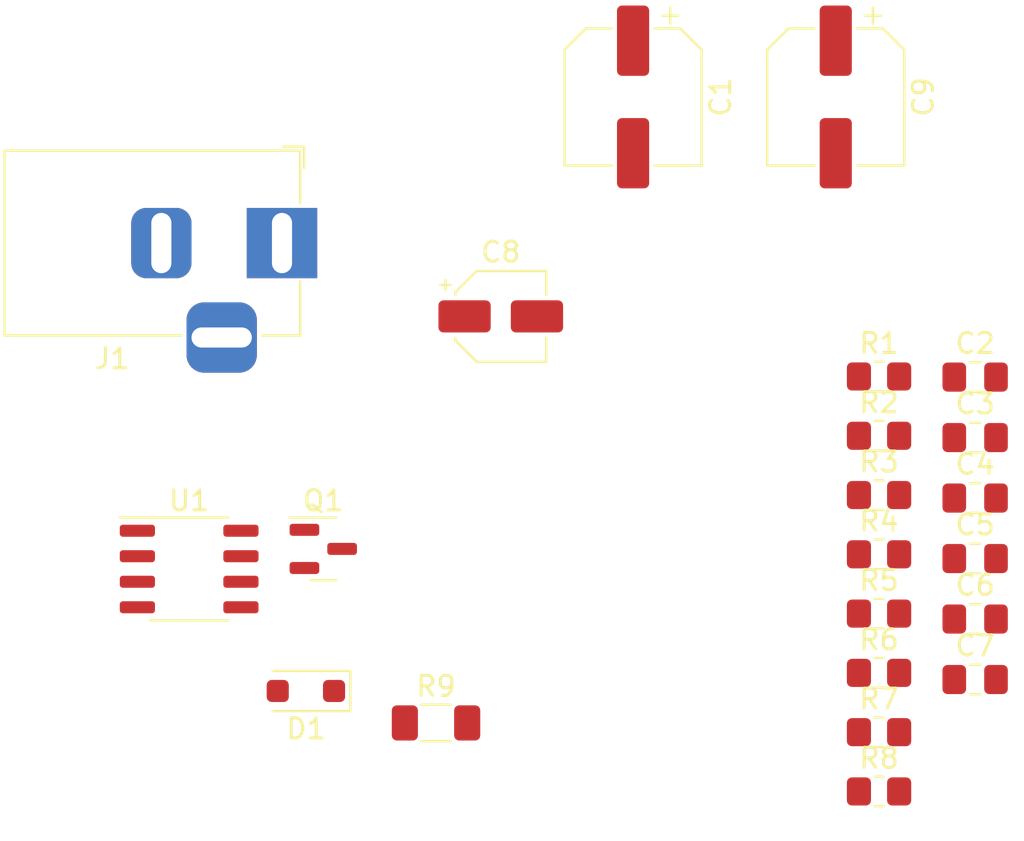
<source format=kicad_pcb>
(kicad_pcb (version 20221018) (generator pcbnew)
  (layers (0 "F.Cu" signal) (31 "B.Cu" signal) (34 "B.Paste" user) (35 "F.Paste" user) (36 "B.SilkS" user "B.Silkscreen") (37 "F.SilkS" user "F.Silkscreen") (38 "B.Mask" user) (39 "F.Mask" user) (44 "Edge.Cuts" user))
  (net 0 "")
  (net 1 "+9V")
  (net 2 "GND")
  (net 3 "Net-(Q1-S)")
  (net 4 "Net-(Q1-G)")
  (net 6 "Net-(LED1-K)")
  (net 7 "Net-(U1-+)")
  (net 9 "Net-(LED1-A)")
  (net 11 "Net-(J1-Pad2)")
  (net 12 "IN_red_pcb")
  (net 13 "Net-(C4-Pad1)")
  (net 14 "Net-(C5-Pad1)")
  (net 15 "Net-(C6-Pad1)")
  (net 16 "Net-(R5-Pad1)")
  (net 17 "Net-(R6-Pad1)")
  (net 18 "Net-(C8-Pad2)")
  (footprint "Package_TO_SOT_SMD:SOT-23" (layer "F.Cu") (at 108.9425 67.49)
    (fp_text reference "Q1" (at 0 -2.4) (layer "F.SilkS"))
    (fp_text value "MMBFJ113")
    (fp_line (start 0 -1.56) (end -1.675 -1.56) (stroke (width 0.12)) (layer "F.SilkS"))
    (fp_line (start 0 -1.56) (end 0.65 -1.56) (stroke (width 0.12)) (layer "F.SilkS"))
    (fp_line (start 0 1.56) (end -0.65 1.56) (stroke (width 0.12)) (layer "F.SilkS"))
    (fp_line (start 0 1.56) (end 0.65 1.56) (stroke (width 0.12)) (layer "F.SilkS"))
    (pad "1" smd roundrect (at -0.9375 -0.95) (size 1.475 0.6) (layers "F.Cu" "F.Paste" "F.Mask") (net 1 "+9V"))
    (pad "2" smd roundrect (at -0.9375 0.95) (size 1.475 0.6) (layers "F.Cu" "F.Paste" "F.Mask") (net 3 "Net-(Q1-S)"))
    (pad "3" smd roundrect (at 0.9375 0) (size 1.475 0.6) (layers "F.Cu" "F.Paste" "F.Mask") (net 4 "Net-(Q1-G)"))
  )
  (footprint "Capacitor_SMD:CP_Elec_6.3x5.4" (layer "F.Cu") (at 134.43 45 -90)
    (fp_text reference "C9" (at 0 -4.35 90) (layer "F.SilkS"))
    (fp_text value "100uF")
    (fp_line (start -4.4375 -1.8475) (end -3.65 -1.8475) (stroke (width 0.12)) (layer "F.SilkS"))
    (fp_line (start -4.04375 -2.24125) (end -4.04375 -1.45375) (stroke (width 0.12)) (layer "F.SilkS"))
    (fp_line (start -3.41 -2.345563) (end -3.41 -1.06) (stroke (width 0.12)) (layer "F.SilkS"))
    (fp_line (start -3.41 -2.345563) (end -2.345563 -3.41) (stroke (width 0.12)) (layer "F.SilkS"))
    (fp_line (start -3.41 2.345563) (end -3.41 1.06) (stroke (width 0.12)) (layer "F.SilkS"))
    (fp_line (start -3.41 2.345563) (end -2.345563 3.41) (stroke (width 0.12)) (layer "F.SilkS"))
    (fp_line (start -2.345563 -3.41) (end 3.41 -3.41) (stroke (width 0.12)) (layer "F.SilkS"))
    (fp_line (start -2.345563 3.41) (end 3.41 3.41) (stroke (width 0.12)) (layer "F.SilkS"))
    (fp_line (start 3.41 -3.41) (end 3.41 -1.06) (stroke (width 0.12)) (layer "F.SilkS"))
    (fp_line (start 3.41 3.41) (end 3.41 1.06) (stroke (width 0.12)) (layer "F.SilkS"))
    (pad "1" smd roundrect (at -2.8 0 270) (size 3.5 1.6) (layers "F.Cu" "F.Paste" "F.Mask") (roundrect_rratio 0.15625) (net 1 "+9V"))
    (pad "2" smd roundrect (at 2.8 0 270) (size 3.5 1.6) (layers "F.Cu" "F.Paste" "F.Mask") (roundrect_rratio 0.15625) (net 2 "GND"))
  )
  (footprint "Package_SO:SO-8_3.9x4.9mm_P1.27mm" (layer "F.Cu") (at 102.2725 68.49)
    (fp_text reference "U1" (at 0 -3.4) (layer "F.SilkS"))
    (fp_text value "LF351D")
    (fp_line (start 0 -2.56) (end -3.45 -2.56) (stroke (width 0.12)) (layer "F.SilkS"))
    (fp_line (start 0 -2.56) (end 1.95 -2.56) (stroke (width 0.12)) (layer "F.SilkS"))
    (fp_line (start 0 2.56) (end -1.95 2.56) (stroke (width 0.12)) (layer "F.SilkS"))
    (fp_line (start 0 2.56) (end 1.95 2.56) (stroke (width 0.12)) (layer "F.SilkS"))
    (pad "1" smd roundrect (at -2.575 -1.905) (size 1.75 0.6) (layers "F.Cu" "F.Paste" "F.Mask"))
    (pad "2" smd roundrect (at -2.575 -0.635) (size 1.75 0.6) (layers "F.Cu" "F.Paste" "F.Mask") (net 6 "Net-(LED1-K)"))
    (pad "3" smd roundrect (at -2.575 0.635) (size 1.75 0.6) (layers "F.Cu" "F.Paste" "F.Mask") (net 7 "Net-(U1-+)"))
    (pad "4" smd roundrect (at -2.575 1.905) (size 1.75 0.6) (layers "F.Cu" "F.Paste" "F.Mask") (net 2 "GND"))
    (pad "5" smd roundrect (at 2.575 1.905) (size 1.75 0.6) (layers "F.Cu" "F.Paste" "F.Mask"))
    (pad "6" smd roundrect (at 2.575 0.635) (size 1.75 0.6) (layers "F.Cu" "F.Paste" "F.Mask") (net 9 "Net-(LED1-A)"))
    (pad "7" smd roundrect (at 2.575 -0.635) (size 1.75 0.6) (layers "F.Cu" "F.Paste" "F.Mask") (net 1 "+9V"))
    (pad "8" smd roundrect (at 2.575 -1.905) (size 1.75 0.6) (layers "F.Cu" "F.Paste" "F.Mask"))
  )
  (footprint "Capacitor_SMD:C_0805_2012Metric_Pad1.18x1.45mm_HandSolder" (layer "F.Cu") (at 141.3625 58.94)
    (fp_text reference "C2" (at 0 -1.68) (layer "F.SilkS"))
    (fp_text value "47nF")
    (fp_line (start -0.261252 -0.735) (end 0.261252 -0.735) (stroke (width 0.12)) (layer "F.SilkS"))
    (fp_line (start -0.261252 0.735) (end 0.261252 0.735) (stroke (width 0.12)) (layer "F.SilkS"))
    (pad "1" smd roundrect (at -1.0375 0) (size 1.175 1.45) (layers "F.Cu" "F.Paste" "F.Mask") (roundrect_rratio 0.212766) (net 12 "IN_red_pcb"))
    (pad "2" smd roundrect (at 1.0375 0) (size 1.175 1.45) (layers "F.Cu" "F.Paste" "F.Mask") (roundrect_rratio 0.212766) (net 7 "Net-(U1-+)"))
  )
  (footprint "Resistor_SMD:R_0805_2012Metric_Pad1.20x1.40mm_HandSolder" (layer "F.Cu") (at 136.5825 58.91)
    (fp_text reference "R1" (at 0 -1.65) (layer "F.SilkS"))
    (fp_text value "470k")
    (fp_line (start -0.227064 -0.735) (end 0.227064 -0.735) (stroke (width 0.12)) (layer "F.SilkS"))
    (fp_line (start -0.227064 0.735) (end 0.227064 0.735) (stroke (width 0.12)) (layer "F.SilkS"))
    (pad "1" smd roundrect (at -1 0) (size 1.2 1.4) (layers "F.Cu" "F.Paste" "F.Mask") (roundrect_rratio 0.208333) (net 1 "+9V"))
    (pad "2" smd roundrect (at 1 0) (size 1.2 1.4) (layers "F.Cu" "F.Paste" "F.Mask") (roundrect_rratio 0.208333) (net 7 "Net-(U1-+)"))
  )
  (footprint "Resistor_SMD:R_0805_2012Metric_Pad1.20x1.40mm_HandSolder" (layer "F.Cu") (at 136.5825 67.76)
    (fp_text reference "R4" (at 0 -1.65) (layer "F.SilkS"))
    (fp_text value "1.8k")
    (fp_line (start -0.227064 -0.735) (end 0.227064 -0.735) (stroke (width 0.12)) (layer "F.SilkS"))
    (fp_line (start -0.227064 0.735) (end 0.227064 0.735) (stroke (width 0.12)) (layer "F.SilkS"))
    (pad "1" smd roundrect (at -1 0) (size 1.2 1.4) (layers "F.Cu" "F.Paste" "F.Mask") (roundrect_rratio 0.208333) (net 6 "Net-(LED1-K)"))
    (pad "2" smd roundrect (at 1 0) (size 1.2 1.4) (layers "F.Cu" "F.Paste" "F.Mask") (roundrect_rratio 0.208333) (net 13 "Net-(C4-Pad1)"))
  )
  (footprint "Capacitor_SMD:C_0805_2012Metric_Pad1.18x1.45mm_HandSolder" (layer "F.Cu") (at 141.3625 70.98)
    (fp_text reference "C6" (at 0 -1.68) (layer "F.SilkS"))
    (fp_text value "3.3nF")
    (fp_line (start -0.261252 -0.735) (end 0.261252 -0.735) (stroke (width 0.12)) (layer "F.SilkS"))
    (fp_line (start -0.261252 0.735) (end 0.261252 0.735) (stroke (width 0.12)) (layer "F.SilkS"))
    (pad "1" smd roundrect (at -1.0375 0) (size 1.175 1.45) (layers "F.Cu" "F.Paste" "F.Mask") (roundrect_rratio 0.212766) (net 15 "Net-(C6-Pad1)"))
    (pad "2" smd roundrect (at 1.0375 0) (size 1.175 1.45) (layers "F.Cu" "F.Paste" "F.Mask") (roundrect_rratio 0.212766) (net 2 "GND"))
  )
  (footprint "Resistor_SMD:R_0805_2012Metric_Pad1.20x1.40mm_HandSolder" (layer "F.Cu") (at 136.5825 76.61)
    (fp_text reference "R7" (at 0 -1.65) (layer "F.SilkS"))
    (fp_text value "1M")
    (fp_line (start -0.227064 -0.735) (end 0.227064 -0.735) (stroke (width 0.12)) (layer "F.SilkS"))
    (fp_line (start -0.227064 0.735) (end 0.227064 0.735) (stroke (width 0.12)) (layer "F.SilkS"))
    (pad "1" smd roundrect (at -1 0) (size 1.2 1.4) (layers "F.Cu" "F.Paste" "F.Mask") (roundrect_rratio 0.208333) (net 4 "Net-(Q1-G)"))
    (pad "2" smd roundrect (at 1 0) (size 1.2 1.4) (layers "F.Cu" "F.Paste" "F.Mask") (roundrect_rratio 0.208333) (net 2 "GND"))
  )
  (footprint "Capacitor_SMD:CP_Elec_6.3x5.4" (layer "F.Cu") (at 124.35 45 -90)
    (fp_text reference "C1" (at 0 -4.35 90) (layer "F.SilkS"))
    (fp_text value "100uF")
    (fp_line (start -4.4375 -1.8475) (end -3.65 -1.8475) (stroke (width 0.12)) (layer "F.SilkS"))
    (fp_line (start -4.04375 -2.24125) (end -4.04375 -1.45375) (stroke (width 0.12)) (layer "F.SilkS"))
    (fp_line (start -3.41 -2.345563) (end -3.41 -1.06) (stroke (width 0.12)) (layer "F.SilkS"))
    (fp_line (start -3.41 -2.345563) (end -2.345563 -3.41) (stroke (width 0.12)) (layer "F.SilkS"))
    (fp_line (start -3.41 2.345563) (end -3.41 1.06) (stroke (width 0.12)) (layer "F.SilkS"))
    (fp_line (start -3.41 2.345563) (end -2.345563 3.41) (stroke (width 0.12)) (layer "F.SilkS"))
    (fp_line (start -2.345563 -3.41) (end 3.41 -3.41) (stroke (width 0.12)) (layer "F.SilkS"))
    (fp_line (start -2.345563 3.41) (end 3.41 3.41) (stroke (width 0.12)) (layer "F.SilkS"))
    (fp_line (start 3.41 -3.41) (end 3.41 -1.06) (stroke (width 0.12)) (layer "F.SilkS"))
    (fp_line (start 3.41 3.41) (end 3.41 1.06) (stroke (width 0.12)) (layer "F.SilkS"))
    (pad "1" smd roundrect (at -2.8 0 270) (size 3.5 1.6) (layers "F.Cu" "F.Paste" "F.Mask") (roundrect_rratio 0.15625) (net 1 "+9V"))
    (pad "2" smd roundrect (at 2.8 0 270) (size 3.5 1.6) (layers "F.Cu" "F.Paste" "F.Mask") (roundrect_rratio 0.15625) (net 2 "GND"))
  )
  (footprint "Capacitor_SMD:C_0805_2012Metric_Pad1.18x1.45mm_HandSolder" (layer "F.Cu") (at 141.3625 73.99)
    (fp_text reference "C7" (at 0 -1.68) (layer "F.SilkS"))
    (fp_text value "100nF")
    (fp_line (start -0.261252 -0.735) (end 0.261252 -0.735) (stroke (width 0.12)) (layer "F.SilkS"))
    (fp_line (start -0.261252 0.735) (end 0.261252 0.735) (stroke (width 0.12)) (layer "F.SilkS"))
    (pad "1" smd roundrect (at -1.0375 0) (size 1.175 1.45) (layers "F.Cu" "F.Paste" "F.Mask") (roundrect_rratio 0.212766) (net 4 "Net-(Q1-G)"))
    (pad "2" smd roundrect (at 1.0375 0) (size 1.175 1.45) (layers "F.Cu" "F.Paste" "F.Mask") (roundrect_rratio 0.212766) (net 15 "Net-(C6-Pad1)"))
  )
  (footprint "Capacitor_SMD:C_0805_2012Metric_Pad1.18x1.45mm_HandSolder" (layer "F.Cu") (at 141.3625 64.96)
    (fp_text reference "C4" (at 0 -1.68) (layer "F.SilkS"))
    (fp_text value "220nF")
    (fp_line (start -0.261252 -0.735) (end 0.261252 -0.735) (stroke (width 0.12)) (layer "F.SilkS"))
    (fp_line (start -0.261252 0.735) (end 0.261252 0.735) (stroke (width 0.12)) (layer "F.SilkS"))
    (pad "1" smd roundrect (at -1.0375 0) (size 1.175 1.45) (layers "F.Cu" "F.Paste" "F.Mask") (roundrect_rratio 0.212766) (net 13 "Net-(C4-Pad1)"))
    (pad "2" smd roundrect (at 1.0375 0) (size 1.175 1.45) (layers "F.Cu" "F.Paste" "F.Mask") (roundrect_rratio 0.212766) (net 2 "GND"))
  )
  (footprint "Resistor_SMD:R_0805_2012Metric_Pad1.20x1.40mm_HandSolder" (layer "F.Cu") (at 136.5825 79.56)
    (fp_text reference "R8" (at 0 -1.65) (layer "F.SilkS"))
    (fp_text value "10k")
    (fp_line (start -0.227064 -0.735) (end 0.227064 -0.735) (stroke (width 0.12)) (layer "F.SilkS"))
    (fp_line (start -0.227064 0.735) (end 0.227064 0.735) (stroke (width 0.12)) (layer "F.SilkS"))
    (pad "1" smd roundrect (at -1 0) (size 1.2 1.4) (layers "F.Cu" "F.Paste" "F.Mask") (roundrect_rratio 0.208333) (net 3 "Net-(Q1-S)"))
    (pad "2" smd roundrect (at 1 0) (size 1.2 1.4) (layers "F.Cu" "F.Paste" "F.Mask") (roundrect_rratio 0.208333) (net 2 "GND"))
  )
  (footprint "Capacitor_SMD:C_0805_2012Metric_Pad1.18x1.45mm_HandSolder" (layer "F.Cu") (at 141.3625 61.95)
    (fp_text reference "C3" (at 0 -1.68) (layer "F.SilkS"))
    (fp_text value "1nF")
    (fp_line (start -0.261252 -0.735) (end 0.261252 -0.735) (stroke (width 0.12)) (layer "F.SilkS"))
    (fp_line (start -0.261252 0.735) (end 0.261252 0.735) (stroke (width 0.12)) (layer "F.SilkS"))
    (pad "1" smd roundrect (at -1.0375 0) (size 1.175 1.45) (layers "F.Cu" "F.Paste" "F.Mask") (roundrect_rratio 0.212766) (net 12 "IN_red_pcb"))
    (pad "2" smd roundrect (at 1.0375 0) (size 1.175 1.45) (layers "F.Cu" "F.Paste" "F.Mask") (roundrect_rratio 0.212766) (net 2 "GND"))
  )
  (footprint "Resistor_SMD:R_0805_2012Metric_Pad1.20x1.40mm_HandSolder" (layer "F.Cu") (at 136.5825 61.86)
    (fp_text reference "R2" (at 0 -1.65) (layer "F.SilkS"))
    (fp_text value "470k")
    (fp_line (start -0.227064 -0.735) (end 0.227064 -0.735) (stroke (width 0.12)) (layer "F.SilkS"))
    (fp_line (start -0.227064 0.735) (end 0.227064 0.735) (stroke (width 0.12)) (layer "F.SilkS"))
    (pad "1" smd roundrect (at -1 0) (size 1.2 1.4) (layers "F.Cu" "F.Paste" "F.Mask") (roundrect_rratio 0.208333) (net 7 "Net-(U1-+)"))
    (pad "2" smd roundrect (at 1 0) (size 1.2 1.4) (layers "F.Cu" "F.Paste" "F.Mask") (roundrect_rratio 0.208333) (net 2 "GND"))
  )
  (footprint "Resistor_SMD:R_0805_2012Metric_Pad1.20x1.40mm_HandSolder" (layer "F.Cu") (at 136.5825 73.66)
    (fp_text reference "R6" (at 0 -1.65) (layer "F.SilkS"))
    (fp_text value "2.2k")
    (fp_line (start -0.227064 -0.735) (end 0.227064 -0.735) (stroke (width 0.12)) (layer "F.SilkS"))
    (fp_line (start -0.227064 0.735) (end 0.227064 0.735) (stroke (width 0.12)) (layer "F.SilkS"))
    (pad "1" smd roundrect (at -1 0) (size 1.2 1.4) (layers "F.Cu" "F.Paste" "F.Mask") (roundrect_rratio 0.208333) (net 17 "Net-(R6-Pad1)"))
    (pad "2" smd roundrect (at 1 0) (size 1.2 1.4) (layers "F.Cu" "F.Paste" "F.Mask") (roundrect_rratio 0.208333) (net 15 "Net-(C6-Pad1)"))
  )
  (footprint "Connector_BarrelJack:BarrelJack_Horizontal" (layer "F.Cu") (at 106.89 52.27)
    (fp_text reference "J1" (at -8.45 5.75) (layer "F.SilkS"))
    (fp_text value "Barrel_Jack_Switch")
    (fp_line (start -13.8 -4.6) (end 0.9 -4.6) (stroke (width 0.12)) (layer "F.SilkS"))
    (fp_line (start -13.8 4.6) (end -13.8 -4.6) (stroke (width 0.12)) (layer "F.SilkS"))
    (fp_line (start -5 4.6) (end -13.8 4.6) (stroke (width 0.12)) (layer "F.SilkS"))
    (fp_line (start 0.05 -4.8) (end 1.1 -4.8) (stroke (width 0.12)) (layer "F.SilkS"))
    (fp_line (start 0.9 -4.6) (end 0.9 -2) (stroke (width 0.12)) (layer "F.SilkS"))
    (fp_line (start 0.9 1.9) (end 0.9 4.6) (stroke (width 0.12)) (layer "F.SilkS"))
    (fp_line (start 0.9 4.6) (end -1 4.6) (stroke (width 0.12)) (layer "F.SilkS"))
    (fp_line (start 1.1 -3.75) (end 1.1 -4.8) (stroke (width 0.12)) (layer "F.SilkS"))
    (pad "1" thru_hole rect (at 0 0) (size 3.5 3.5) (drill oval 1 3) (layers "*.Cu" "*.Mask") (net 2 "GND"))
    (pad "2" thru_hole roundrect (at -6 0) (size 3 3.5) (drill oval 1 3) (layers "*.Cu" "*.Mask") (net 11 "Net-(J1-Pad2)"))
    (pad "3" thru_hole roundrect (at -3 4.7) (size 3.5 3.5) (drill oval 3 1) (layers "*.Cu" "*.Mask"))
  )
  (footprint "Resistor_SMD:R_0805_2012Metric_Pad1.20x1.40mm_HandSolder" (layer "F.Cu") (at 136.5825 64.81)
    (fp_text reference "R3" (at 0 -1.65) (layer "F.SilkS"))
    (fp_text value "1M")
    (fp_line (start -0.227064 -0.735) (end 0.227064 -0.735) (stroke (width 0.12)) (layer "F.SilkS"))
    (fp_line (start -0.227064 0.735) (end 0.227064 0.735) (stroke (width 0.12)) (layer "F.SilkS"))
    (pad "1" smd roundrect (at -1 0) (size 1.2 1.4) (layers "F.Cu" "F.Paste" "F.Mask") (roundrect_rratio 0.208333) (net 12 "IN_red_pcb"))
    (pad "2" smd roundrect (at 1 0) (size 1.2 1.4) (layers "F.Cu" "F.Paste" "F.Mask") (roundrect_rratio 0.208333) (net 2 "GND"))
  )
  (footprint "Capacitor_SMD:C_0805_2012Metric_Pad1.18x1.45mm_HandSolder" (layer "F.Cu") (at 141.3625 67.97)
    (fp_text reference "C5" (at 0 -1.68) (layer "F.SilkS"))
    (fp_text value "100nF")
    (fp_line (start -0.261252 -0.735) (end 0.261252 -0.735) (stroke (width 0.12)) (layer "F.SilkS"))
    (fp_line (start -0.261252 0.735) (end 0.261252 0.735) (stroke (width 0.12)) (layer "F.SilkS"))
    (pad "1" smd roundrect (at -1.0375 0) (size 1.175 1.45) (layers "F.Cu" "F.Paste" "F.Mask") (roundrect_rratio 0.212766) (net 14 "Net-(C5-Pad1)"))
    (pad "2" smd roundrect (at 1.0375 0) (size 1.175 1.45) (layers "F.Cu" "F.Paste" "F.Mask") (roundrect_rratio 0.212766) (net 9 "Net-(LED1-A)"))
  )
  (footprint "Resistor_SMD:R_0805_2012Metric_Pad1.20x1.40mm_HandSolder" (layer "F.Cu") (at 136.5825 70.71)
    (fp_text reference "R5" (at 0 -1.65) (layer "F.SilkS"))
    (fp_text value "10k")
    (fp_line (start -0.227064 -0.735) (end 0.227064 -0.735) (stroke (width 0.12)) (layer "F.SilkS"))
    (fp_line (start -0.227064 0.735) (end 0.227064 0.735) (stroke (width 0.12)) (layer "F.SilkS"))
    (pad "1" smd roundrect (at -1 0) (size 1.2 1.4) (layers "F.Cu" "F.Paste" "F.Mask") (roundrect_rratio 0.208333) (net 16 "Net-(R5-Pad1)"))
    (pad "2" smd roundrect (at 1 0) (size 1.2 1.4) (layers "F.Cu" "F.Paste" "F.Mask") (roundrect_rratio 0.208333) (net 6 "Net-(LED1-K)"))
  )
  (footprint "Capacitor_SMD:CP_Elec_4x5.4" (layer "F.Cu") (at 117.77 55.92)
    (fp_text reference "C8" (at 0 -3.2) (layer "F.SilkS"))
    (fp_text value "10uF")
    (fp_line (start -3 -1.56) (end -2.5 -1.56) (stroke (width 0.12)) (layer "F.SilkS"))
    (fp_line (start -2.75 -1.81) (end -2.75 -1.31) (stroke (width 0.12)) (layer "F.SilkS"))
    (fp_line (start -2.26 -1.195563) (end -2.26 -1.06) (stroke (width 0.12)) (layer "F.SilkS"))
    (fp_line (start -2.26 -1.195563) (end -1.195563 -2.26) (stroke (width 0.12)) (layer "F.SilkS"))
    (fp_line (start -2.26 1.195563) (end -2.26 1.06) (stroke (width 0.12)) (layer "F.SilkS"))
    (fp_line (start -2.26 1.195563) (end -1.195563 2.26) (stroke (width 0.12)) (layer "F.SilkS"))
    (fp_line (start -1.195563 -2.26) (end 2.26 -2.26) (stroke (width 0.12)) (layer "F.SilkS"))
    (fp_line (start -1.195563 2.26) (end 2.26 2.26) (stroke (width 0.12)) (layer "F.SilkS"))
    (fp_line (start 2.26 -2.26) (end 2.26 -1.06) (stroke (width 0.12)) (layer "F.SilkS"))
    (fp_line (start 2.26 2.26) (end 2.26 1.06) (stroke (width 0.12)) (layer "F.SilkS"))
    (pad "1" smd roundrect (at -1.8 0) (size 2.6 1.6) (layers "F.Cu" "F.Paste" "F.Mask") (roundrect_rratio 0.15625) (net 3 "Net-(Q1-S)"))
    (pad "2" smd roundrect (at 1.8 0) (size 2.6 1.6) (layers "F.Cu" "F.Paste" "F.Mask") (roundrect_rratio 0.15625) (net 18 "Net-(C8-Pad2)"))
  )
  (footprint "Diode_SMD:D_SOD-123F" (layer "F.Cu") (at 108.0775 74.56 180)
    (fp_text reference "D1" (at -0.01 -1.88) (layer "F.SilkS"))
    (fp_text value "1N4001")
    (fp_line (start -2.21 -1) (end -2.21 1) (stroke (width 0.12)) (layer "F.SilkS"))
    (fp_line (start -2.21 -1) (end 1.65 -1) (stroke (width 0.12)) (layer "F.SilkS"))
    (fp_line (start -2.21 1) (end 1.65 1) (stroke (width 0.12)) (layer "F.SilkS"))
    (pad "1" smd roundrect (at -1.4 0 180) (size 1.1 1.1) (layers "F.Cu" "F.Paste" "F.Mask") (roundrect_rratio 0.2272727273) (net 1 "+9V"))
    (pad "2" smd roundrect (at 1.4 0 180) (size 1.1 1.1) (layers "F.Cu" "F.Paste" "F.Mask") (roundrect_rratio 0.2272727273) (net 2 "GND"))
  )
  (footprint "Resistor_SMD:R_1206_3216Metric_Pad1.30x1.75mm_HandSolder" (layer "F.Cu") (at 114.55 76.15)
    (fp_text reference "R9" (at 0 -1.82) (layer "F.SilkS"))
    (fp_text value "39Ω")
    (fp_line (start -0.727064 -0.91) (end 0.727064 -0.91) (stroke (width 0.12)) (layer "F.SilkS"))
    (fp_line (start -0.727064 0.91) (end 0.727064 0.91) (stroke (width 0.12)) (layer "F.SilkS"))
    (pad "1" smd roundrect (at -1.55 0) (size 1.3 1.75) (layers "F.Cu" "F.Paste" "F.Mask") (roundrect_rratio 0.192308) (net 11 "Net-(J1-Pad2)"))
    (pad "2" smd roundrect (at 1.55 0) (size 1.3 1.75) (layers "F.Cu" "F.Paste" "F.Mask") (roundrect_rratio 0.192308) (net 1 "+9V"))
  )
)
</source>
